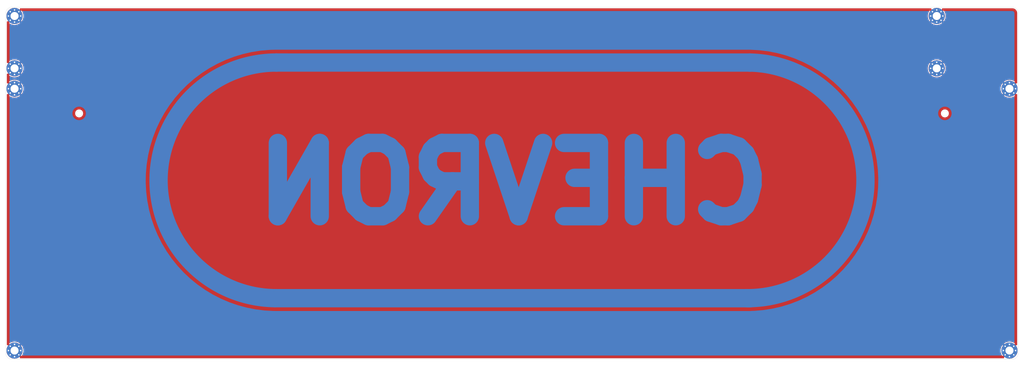
<source format=kicad_pcb>
(kicad_pcb (version 20171130) (host pcbnew "(5.1.4)-1")

  (general
    (thickness 1.6)
    (drawings 18)
    (tracks 0)
    (zones 0)
    (modules 8)
    (nets 2)
  )

  (page A3)
  (layers
    (0 F.Cu signal)
    (31 B.Cu signal)
    (32 B.Adhes user)
    (33 F.Adhes user)
    (34 B.Paste user)
    (35 F.Paste user)
    (36 B.SilkS user)
    (37 F.SilkS user)
    (38 B.Mask user)
    (39 F.Mask user)
    (40 Dwgs.User user)
    (41 Cmts.User user)
    (42 Eco1.User user)
    (43 Eco2.User user)
    (44 Edge.Cuts user)
    (45 Margin user)
    (46 B.CrtYd user)
    (47 F.CrtYd user)
    (48 B.Fab user hide)
    (49 F.Fab user hide)
  )

  (setup
    (last_trace_width 0.25)
    (user_trace_width 0.375)
    (user_trace_width 0.5)
    (trace_clearance 0.2)
    (zone_clearance 1)
    (zone_45_only no)
    (trace_min 0)
    (via_size 0.8)
    (via_drill 0.4)
    (via_min_size 0.4)
    (via_min_drill 0.3)
    (uvia_size 0.3)
    (uvia_drill 0.1)
    (uvias_allowed no)
    (uvia_min_size 0.2)
    (uvia_min_drill 0.1)
    (edge_width 0.05)
    (segment_width 0.2)
    (pcb_text_width 0.3)
    (pcb_text_size 1.5 1.5)
    (mod_edge_width 0.12)
    (mod_text_size 1 1)
    (mod_text_width 0.15)
    (pad_size 4.4 4.4)
    (pad_drill 2.2)
    (pad_to_mask_clearance 0.051)
    (solder_mask_min_width 0.25)
    (aux_axis_origin 0 0)
    (visible_elements 7FFFFF7F)
    (pcbplotparams
      (layerselection 0x012fc_ffffffff)
      (usegerberextensions true)
      (usegerberattributes false)
      (usegerberadvancedattributes false)
      (creategerberjobfile false)
      (excludeedgelayer true)
      (linewidth 1.000000)
      (plotframeref false)
      (viasonmask false)
      (mode 1)
      (useauxorigin false)
      (hpglpennumber 1)
      (hpglpenspeed 20)
      (hpglpendiameter 15.000000)
      (psnegative false)
      (psa4output false)
      (plotreference true)
      (plotvalue true)
      (plotinvisibletext false)
      (padsonsilk false)
      (subtractmaskfromsilk true)
      (outputformat 1)
      (mirror false)
      (drillshape 0)
      (scaleselection 1)
      (outputdirectory "../gerbers"))
  )

  (net 0 "")
  (net 1 GND)

  (net_class Default "This is the default net class."
    (clearance 0.2)
    (trace_width 0.25)
    (via_dia 0.8)
    (via_drill 0.4)
    (uvia_dia 0.3)
    (uvia_drill 0.1)
    (add_net GND)
  )

  (module MountingHole:MountingHole_2.2mm_M2_Pad_Via (layer F.Cu) (tedit 56DDB9C7) (tstamp 60708B7D)
    (at 244.475618 -7.143768)
    (descr "Mounting Hole 2.2mm, M2")
    (tags "mounting hole 2.2mm m2")
    (path /60DDC01E)
    (attr virtual)
    (fp_text reference H3 (at 0 -3.2) (layer F.SilkS) hide
      (effects (font (size 1 1) (thickness 0.15)))
    )
    (fp_text value M2 (at 0 3.2) (layer F.Fab)
      (effects (font (size 1 1) (thickness 0.15)))
    )
    (fp_circle (center 0 0) (end 2.45 0) (layer F.CrtYd) (width 0.05))
    (fp_circle (center 0 0) (end 2.2 0) (layer Cmts.User) (width 0.15))
    (fp_text user %R (at 0.3 0) (layer F.Fab)
      (effects (font (size 1 1) (thickness 0.15)))
    )
    (pad 1 thru_hole circle (at 1.166726 -1.166726) (size 0.7 0.7) (drill 0.4) (layers *.Cu *.Mask)
      (net 1 GND))
    (pad 1 thru_hole circle (at 0 -1.65) (size 0.7 0.7) (drill 0.4) (layers *.Cu *.Mask)
      (net 1 GND))
    (pad 1 thru_hole circle (at -1.166726 -1.166726) (size 0.7 0.7) (drill 0.4) (layers *.Cu *.Mask)
      (net 1 GND))
    (pad 1 thru_hole circle (at -1.65 0) (size 0.7 0.7) (drill 0.4) (layers *.Cu *.Mask)
      (net 1 GND))
    (pad 1 thru_hole circle (at -1.166726 1.166726) (size 0.7 0.7) (drill 0.4) (layers *.Cu *.Mask)
      (net 1 GND))
    (pad 1 thru_hole circle (at 0 1.65) (size 0.7 0.7) (drill 0.4) (layers *.Cu *.Mask)
      (net 1 GND))
    (pad 1 thru_hole circle (at 1.166726 1.166726) (size 0.7 0.7) (drill 0.4) (layers *.Cu *.Mask)
      (net 1 GND))
    (pad 1 thru_hole circle (at 1.65 0) (size 0.7 0.7) (drill 0.4) (layers *.Cu *.Mask)
      (net 1 GND))
    (pad 1 thru_hole circle (at 0 0) (size 4.4 4.4) (drill 2.2) (layers *.Cu *.Mask)
      (net 1 GND))
  )

  (module MountingHole:MountingHole_2.2mm_M2_Pad_Via (layer F.Cu) (tedit 56DDB9C7) (tstamp 60708B8D)
    (at 244.475618 7.14377)
    (descr "Mounting Hole 2.2mm, M2")
    (tags "mounting hole 2.2mm m2")
    (path /60DDC1E2)
    (attr virtual)
    (fp_text reference H4 (at 0 -3.2) (layer F.SilkS) hide
      (effects (font (size 1 1) (thickness 0.15)))
    )
    (fp_text value M2 (at 0 3.2) (layer F.Fab)
      (effects (font (size 1 1) (thickness 0.15)))
    )
    (fp_circle (center 0 0) (end 2.45 0) (layer F.CrtYd) (width 0.05))
    (fp_circle (center 0 0) (end 2.2 0) (layer Cmts.User) (width 0.15))
    (fp_text user %R (at 0.3 0) (layer F.Fab)
      (effects (font (size 1 1) (thickness 0.15)))
    )
    (pad 1 thru_hole circle (at 1.166726 -1.166726) (size 0.7 0.7) (drill 0.4) (layers *.Cu *.Mask)
      (net 1 GND))
    (pad 1 thru_hole circle (at 0 -1.65) (size 0.7 0.7) (drill 0.4) (layers *.Cu *.Mask)
      (net 1 GND))
    (pad 1 thru_hole circle (at -1.166726 -1.166726) (size 0.7 0.7) (drill 0.4) (layers *.Cu *.Mask)
      (net 1 GND))
    (pad 1 thru_hole circle (at -1.65 0) (size 0.7 0.7) (drill 0.4) (layers *.Cu *.Mask)
      (net 1 GND))
    (pad 1 thru_hole circle (at -1.166726 1.166726) (size 0.7 0.7) (drill 0.4) (layers *.Cu *.Mask)
      (net 1 GND))
    (pad 1 thru_hole circle (at 0 1.65) (size 0.7 0.7) (drill 0.4) (layers *.Cu *.Mask)
      (net 1 GND))
    (pad 1 thru_hole circle (at 1.166726 1.166726) (size 0.7 0.7) (drill 0.4) (layers *.Cu *.Mask)
      (net 1 GND))
    (pad 1 thru_hole circle (at 1.65 0) (size 0.7 0.7) (drill 0.4) (layers *.Cu *.Mask)
      (net 1 GND))
    (pad 1 thru_hole circle (at 0 0) (size 4.4 4.4) (drill 2.2) (layers *.Cu *.Mask)
      (net 1 GND))
  )

  (module MountingHole:MountingHole_2.2mm_M2_Pad_Via (layer F.Cu) (tedit 56DDB9C7) (tstamp 60708BCD)
    (at 264.319416 84.137712)
    (descr "Mounting Hole 2.2mm, M2")
    (tags "mounting hole 2.2mm m2")
    (path /60DDCFC1)
    (attr virtual)
    (fp_text reference H8 (at 0 -3.2) (layer F.SilkS) hide
      (effects (font (size 1 1) (thickness 0.15)))
    )
    (fp_text value M2 (at 0 3.2) (layer F.Fab)
      (effects (font (size 1 1) (thickness 0.15)))
    )
    (fp_circle (center 0 0) (end 2.45 0) (layer F.CrtYd) (width 0.05))
    (fp_circle (center 0 0) (end 2.2 0) (layer Cmts.User) (width 0.15))
    (fp_text user %R (at 0.3 0) (layer F.Fab)
      (effects (font (size 1 1) (thickness 0.15)))
    )
    (pad 1 thru_hole circle (at 1.166726 -1.166726) (size 0.7 0.7) (drill 0.4) (layers *.Cu *.Mask)
      (net 1 GND))
    (pad 1 thru_hole circle (at 0 -1.65) (size 0.7 0.7) (drill 0.4) (layers *.Cu *.Mask)
      (net 1 GND))
    (pad 1 thru_hole circle (at -1.166726 -1.166726) (size 0.7 0.7) (drill 0.4) (layers *.Cu *.Mask)
      (net 1 GND))
    (pad 1 thru_hole circle (at -1.65 0) (size 0.7 0.7) (drill 0.4) (layers *.Cu *.Mask)
      (net 1 GND))
    (pad 1 thru_hole circle (at -1.166726 1.166726) (size 0.7 0.7) (drill 0.4) (layers *.Cu *.Mask)
      (net 1 GND))
    (pad 1 thru_hole circle (at 0 1.65) (size 0.7 0.7) (drill 0.4) (layers *.Cu *.Mask)
      (net 1 GND))
    (pad 1 thru_hole circle (at 1.166726 1.166726) (size 0.7 0.7) (drill 0.4) (layers *.Cu *.Mask)
      (net 1 GND))
    (pad 1 thru_hole circle (at 1.65 0) (size 0.7 0.7) (drill 0.4) (layers *.Cu *.Mask)
      (net 1 GND))
    (pad 1 thru_hole circle (at 0 0) (size 4.4 4.4) (drill 2.2) (layers *.Cu *.Mask)
      (net 1 GND))
  )

  (module MountingHole:MountingHole_2.2mm_M2_Pad_Via (layer F.Cu) (tedit 56DDB9C7) (tstamp 60708BBD)
    (at 264.319416 12.700032)
    (descr "Mounting Hole 2.2mm, M2")
    (tags "mounting hole 2.2mm m2")
    (path /60DDCFBB)
    (attr virtual)
    (fp_text reference H7 (at 0 -3.2) (layer F.SilkS) hide
      (effects (font (size 1 1) (thickness 0.15)))
    )
    (fp_text value M2 (at 0 3.2) (layer F.Fab)
      (effects (font (size 1 1) (thickness 0.15)))
    )
    (fp_circle (center 0 0) (end 2.45 0) (layer F.CrtYd) (width 0.05))
    (fp_circle (center 0 0) (end 2.2 0) (layer Cmts.User) (width 0.15))
    (fp_text user %R (at 0.3 0) (layer F.Fab)
      (effects (font (size 1 1) (thickness 0.15)))
    )
    (pad 1 thru_hole circle (at 1.166726 -1.166726) (size 0.7 0.7) (drill 0.4) (layers *.Cu *.Mask)
      (net 1 GND))
    (pad 1 thru_hole circle (at 0 -1.65) (size 0.7 0.7) (drill 0.4) (layers *.Cu *.Mask)
      (net 1 GND))
    (pad 1 thru_hole circle (at -1.166726 -1.166726) (size 0.7 0.7) (drill 0.4) (layers *.Cu *.Mask)
      (net 1 GND))
    (pad 1 thru_hole circle (at -1.65 0) (size 0.7 0.7) (drill 0.4) (layers *.Cu *.Mask)
      (net 1 GND))
    (pad 1 thru_hole circle (at -1.166726 1.166726) (size 0.7 0.7) (drill 0.4) (layers *.Cu *.Mask)
      (net 1 GND))
    (pad 1 thru_hole circle (at 0 1.65) (size 0.7 0.7) (drill 0.4) (layers *.Cu *.Mask)
      (net 1 GND))
    (pad 1 thru_hole circle (at 1.166726 1.166726) (size 0.7 0.7) (drill 0.4) (layers *.Cu *.Mask)
      (net 1 GND))
    (pad 1 thru_hole circle (at 1.65 0) (size 0.7 0.7) (drill 0.4) (layers *.Cu *.Mask)
      (net 1 GND))
    (pad 1 thru_hole circle (at 0 0) (size 4.4 4.4) (drill 2.2) (layers *.Cu *.Mask)
      (net 1 GND))
  )

  (module MountingHole:MountingHole_2.2mm_M2_Pad_Via (layer F.Cu) (tedit 56DDB9C7) (tstamp 60708BAD)
    (at -7.143768 84.137712)
    (descr "Mounting Hole 2.2mm, M2")
    (tags "mounting hole 2.2mm m2")
    (path /60DDCFB5)
    (attr virtual)
    (fp_text reference H6 (at 0 -3.2) (layer F.SilkS) hide
      (effects (font (size 1 1) (thickness 0.15)))
    )
    (fp_text value M2 (at 0 3.2) (layer F.Fab)
      (effects (font (size 1 1) (thickness 0.15)))
    )
    (fp_circle (center 0 0) (end 2.45 0) (layer F.CrtYd) (width 0.05))
    (fp_circle (center 0 0) (end 2.2 0) (layer Cmts.User) (width 0.15))
    (fp_text user %R (at 0.3 0) (layer F.Fab)
      (effects (font (size 1 1) (thickness 0.15)))
    )
    (pad 1 thru_hole circle (at 1.166726 -1.166726) (size 0.7 0.7) (drill 0.4) (layers *.Cu *.Mask)
      (net 1 GND))
    (pad 1 thru_hole circle (at 0 -1.65) (size 0.7 0.7) (drill 0.4) (layers *.Cu *.Mask)
      (net 1 GND))
    (pad 1 thru_hole circle (at -1.166726 -1.166726) (size 0.7 0.7) (drill 0.4) (layers *.Cu *.Mask)
      (net 1 GND))
    (pad 1 thru_hole circle (at -1.65 0) (size 0.7 0.7) (drill 0.4) (layers *.Cu *.Mask)
      (net 1 GND))
    (pad 1 thru_hole circle (at -1.166726 1.166726) (size 0.7 0.7) (drill 0.4) (layers *.Cu *.Mask)
      (net 1 GND))
    (pad 1 thru_hole circle (at 0 1.65) (size 0.7 0.7) (drill 0.4) (layers *.Cu *.Mask)
      (net 1 GND))
    (pad 1 thru_hole circle (at 1.166726 1.166726) (size 0.7 0.7) (drill 0.4) (layers *.Cu *.Mask)
      (net 1 GND))
    (pad 1 thru_hole circle (at 1.65 0) (size 0.7 0.7) (drill 0.4) (layers *.Cu *.Mask)
      (net 1 GND))
    (pad 1 thru_hole circle (at 0 0) (size 4.4 4.4) (drill 2.2) (layers *.Cu *.Mask)
      (net 1 GND))
  )

  (module MountingHole:MountingHole_2.2mm_M2_Pad_Via (layer F.Cu) (tedit 56DDB9C7) (tstamp 60708B9D)
    (at -7.143768 12.700032)
    (descr "Mounting Hole 2.2mm, M2")
    (tags "mounting hole 2.2mm m2")
    (path /60DDCFAF)
    (attr virtual)
    (fp_text reference H5 (at 0 -3.2) (layer F.SilkS) hide
      (effects (font (size 1 1) (thickness 0.15)))
    )
    (fp_text value M2 (at 0 3.2) (layer F.Fab)
      (effects (font (size 1 1) (thickness 0.15)))
    )
    (fp_circle (center 0 0) (end 2.45 0) (layer F.CrtYd) (width 0.05))
    (fp_circle (center 0 0) (end 2.2 0) (layer Cmts.User) (width 0.15))
    (fp_text user %R (at 0.3 0) (layer F.Fab)
      (effects (font (size 1 1) (thickness 0.15)))
    )
    (pad 1 thru_hole circle (at 1.166726 -1.166726) (size 0.7 0.7) (drill 0.4) (layers *.Cu *.Mask)
      (net 1 GND))
    (pad 1 thru_hole circle (at 0 -1.65) (size 0.7 0.7) (drill 0.4) (layers *.Cu *.Mask)
      (net 1 GND))
    (pad 1 thru_hole circle (at -1.166726 -1.166726) (size 0.7 0.7) (drill 0.4) (layers *.Cu *.Mask)
      (net 1 GND))
    (pad 1 thru_hole circle (at -1.65 0) (size 0.7 0.7) (drill 0.4) (layers *.Cu *.Mask)
      (net 1 GND))
    (pad 1 thru_hole circle (at -1.166726 1.166726) (size 0.7 0.7) (drill 0.4) (layers *.Cu *.Mask)
      (net 1 GND))
    (pad 1 thru_hole circle (at 0 1.65) (size 0.7 0.7) (drill 0.4) (layers *.Cu *.Mask)
      (net 1 GND))
    (pad 1 thru_hole circle (at 1.166726 1.166726) (size 0.7 0.7) (drill 0.4) (layers *.Cu *.Mask)
      (net 1 GND))
    (pad 1 thru_hole circle (at 1.65 0) (size 0.7 0.7) (drill 0.4) (layers *.Cu *.Mask)
      (net 1 GND))
    (pad 1 thru_hole circle (at 0 0) (size 4.4 4.4) (drill 2.2) (layers *.Cu *.Mask)
      (net 1 GND))
  )

  (module MountingHole:MountingHole_2.2mm_M2_Pad_Via (layer F.Cu) (tedit 56DDB9C7) (tstamp 60708B6D)
    (at -7.143768 7.14377)
    (descr "Mounting Hole 2.2mm, M2")
    (tags "mounting hole 2.2mm m2")
    (path /60DDBE1E)
    (attr virtual)
    (fp_text reference H2 (at 0 -3.2) (layer F.SilkS) hide
      (effects (font (size 1 1) (thickness 0.15)))
    )
    (fp_text value M2 (at 0 3.2) (layer F.Fab)
      (effects (font (size 1 1) (thickness 0.15)))
    )
    (fp_circle (center 0 0) (end 2.45 0) (layer F.CrtYd) (width 0.05))
    (fp_circle (center 0 0) (end 2.2 0) (layer Cmts.User) (width 0.15))
    (fp_text user %R (at 0.3 0) (layer F.Fab)
      (effects (font (size 1 1) (thickness 0.15)))
    )
    (pad 1 thru_hole circle (at 1.166726 -1.166726) (size 0.7 0.7) (drill 0.4) (layers *.Cu *.Mask)
      (net 1 GND))
    (pad 1 thru_hole circle (at 0 -1.65) (size 0.7 0.7) (drill 0.4) (layers *.Cu *.Mask)
      (net 1 GND))
    (pad 1 thru_hole circle (at -1.166726 -1.166726) (size 0.7 0.7) (drill 0.4) (layers *.Cu *.Mask)
      (net 1 GND))
    (pad 1 thru_hole circle (at -1.65 0) (size 0.7 0.7) (drill 0.4) (layers *.Cu *.Mask)
      (net 1 GND))
    (pad 1 thru_hole circle (at -1.166726 1.166726) (size 0.7 0.7) (drill 0.4) (layers *.Cu *.Mask)
      (net 1 GND))
    (pad 1 thru_hole circle (at 0 1.65) (size 0.7 0.7) (drill 0.4) (layers *.Cu *.Mask)
      (net 1 GND))
    (pad 1 thru_hole circle (at 1.166726 1.166726) (size 0.7 0.7) (drill 0.4) (layers *.Cu *.Mask)
      (net 1 GND))
    (pad 1 thru_hole circle (at 1.65 0) (size 0.7 0.7) (drill 0.4) (layers *.Cu *.Mask)
      (net 1 GND))
    (pad 1 thru_hole circle (at 0 0) (size 4.4 4.4) (drill 2.2) (layers *.Cu *.Mask)
      (net 1 GND))
  )

  (module MountingHole:MountingHole_2.2mm_M2_Pad_Via (layer F.Cu) (tedit 56DDB9C7) (tstamp 60708B5D)
    (at -7.143768 -7.143768)
    (descr "Mounting Hole 2.2mm, M2")
    (tags "mounting hole 2.2mm m2")
    (path /60DDB435)
    (attr virtual)
    (fp_text reference H1 (at 0 -3.2) (layer F.SilkS) hide
      (effects (font (size 1 1) (thickness 0.15)))
    )
    (fp_text value M2 (at 0 3.2) (layer F.Fab)
      (effects (font (size 1 1) (thickness 0.15)))
    )
    (fp_circle (center 0 0) (end 2.45 0) (layer F.CrtYd) (width 0.05))
    (fp_circle (center 0 0) (end 2.2 0) (layer Cmts.User) (width 0.15))
    (fp_text user %R (at 0.3 0) (layer F.Fab)
      (effects (font (size 1 1) (thickness 0.15)))
    )
    (pad 1 thru_hole circle (at 1.166726 -1.166726) (size 0.7 0.7) (drill 0.4) (layers *.Cu *.Mask)
      (net 1 GND))
    (pad 1 thru_hole circle (at 0 -1.65) (size 0.7 0.7) (drill 0.4) (layers *.Cu *.Mask)
      (net 1 GND))
    (pad 1 thru_hole circle (at -1.166726 -1.166726) (size 0.7 0.7) (drill 0.4) (layers *.Cu *.Mask)
      (net 1 GND))
    (pad 1 thru_hole circle (at -1.65 0) (size 0.7 0.7) (drill 0.4) (layers *.Cu *.Mask)
      (net 1 GND))
    (pad 1 thru_hole circle (at -1.166726 1.166726) (size 0.7 0.7) (drill 0.4) (layers *.Cu *.Mask)
      (net 1 GND))
    (pad 1 thru_hole circle (at 0 1.65) (size 0.7 0.7) (drill 0.4) (layers *.Cu *.Mask)
      (net 1 GND))
    (pad 1 thru_hole circle (at 1.166726 1.166726) (size 0.7 0.7) (drill 0.4) (layers *.Cu *.Mask)
      (net 1 GND))
    (pad 1 thru_hole circle (at 1.65 0) (size 0.7 0.7) (drill 0.4) (layers *.Cu *.Mask)
      (net 1 GND))
    (pad 1 thru_hole circle (at 0 0) (size 4.4 4.4) (drill 2.2) (layers *.Cu *.Mask)
      (net 1 GND))
  )

  (gr_circle (center 246.7 19.433) (end 247.493752 19.433) (layer Edge.Cuts) (width 0.05) (tstamp 60634988))
  (gr_circle (center 10.475 19.433) (end 11.268752 19.433) (layer Edge.Cuts) (width 0.05))
  (gr_line (start 193.498875 69.8561) (end 64.293912 69.850176) (layer B.Cu) (width 5) (tstamp 6062FC78))
  (gr_line (start 193.498875 5.562188) (end 64.293912 5.556264) (layer B.Cu) (width 5) (tstamp 6062FC74))
  (gr_line (start 266.700672 38.100096) (end 227.409948 38.100096) (layer Dwgs.User) (width 0.15) (tstamp 6062FC64))
  (gr_line (start -9.525024 38.100096) (end 29.7657 38.100096) (layer Dwgs.User) (width 0.15) (tstamp 6062FC5F))
  (gr_arc (start 192.881736 37.70322) (end 192.881736 69.850176) (angle -178.9) (layer B.Cu) (width 5) (tstamp 6062FC5A))
  (gr_arc (start 64.293912 37.70322) (end 64.293912 5.556264) (angle -178.9) (layer B.Cu) (width 5))
  (gr_text CHEVRON (at 128.9847 38.496972) (layer B.Cu)
    (effects (font (size 20 20) (thickness 5)) (justify mirror))
  )
  (gr_line (start 266.954648 9.525002) (end -9.271 9.525) (layer Dwgs.User) (width 0.1))
  (gr_line (start 265.113168 -9.525024) (end -7.93752 -9.525024) (layer Edge.Cuts) (width 0.05) (tstamp 60705458))
  (gr_line (start 266.700672 -7.93752) (end 266.700672 84.931464) (layer Edge.Cuts) (width 0.05) (tstamp 607053DA))
  (gr_line (start -9.525024 84.931464) (end -9.525024 -7.93752) (layer Edge.Cuts) (width 0.05) (tstamp 607053D8))
  (gr_line (start 265.113168 86.518968) (end -7.93752 86.518968) (layer Edge.Cuts) (width 0.05) (tstamp 607053D7))
  (gr_arc (start 265.113168 84.931464) (end 265.113168 86.518968) (angle -90) (layer Edge.Cuts) (width 0.05) (tstamp 607053D4))
  (gr_arc (start -7.93752 84.931464) (end -9.525024 84.931464) (angle -90) (layer Edge.Cuts) (width 0.05) (tstamp 607053D1))
  (gr_arc (start 265.113168 -7.93752) (end 266.700672 -7.93752) (angle -90) (layer Edge.Cuts) (width 0.05) (tstamp 60701C4F))
  (gr_arc (start -7.93752 -7.93752) (end -7.93752 -9.525024) (angle -90) (layer Edge.Cuts) (width 0.05))

  (zone (net 1) (net_name GND) (layer F.Cu) (tstamp 645FB530) (hatch edge 0.508)
    (connect_pads (clearance 0.254))
    (min_thickness 0.254)
    (fill yes (arc_segments 32) (thermal_gap 0.254) (thermal_bridge_width 0.508))
    (polygon
      (pts
        (xy 267.49375 87.3125) (xy -10.31875 87.3125) (xy -10.31875 -10.31875) (xy 267.49375 -10.31875)
      )
    )
    (filled_polygon
      (pts
        (xy 242.801183 -8.997808) (xy 244.475618 -7.323373) (xy 246.150053 -8.997808) (xy 246.052474 -9.119024) (xy 265.093314 -9.119024)
        (xy 265.342278 -9.094613) (xy 265.562665 -9.028075) (xy 265.765924 -8.919999) (xy 265.944322 -8.774501) (xy 266.091064 -8.597121)
        (xy 266.200558 -8.394617) (xy 266.268633 -8.174702) (xy 266.294672 -7.926954) (xy 266.294672 11.123176) (xy 266.173456 11.025597)
        (xy 264.499021 12.700032) (xy 266.173456 14.374467) (xy 266.294672 14.276888) (xy 266.294673 82.560856) (xy 266.173456 82.463277)
        (xy 264.499021 84.137712) (xy 264.513164 84.151855) (xy 264.333559 84.33146) (xy 264.319416 84.317317) (xy 262.644981 85.991752)
        (xy 262.74256 86.112968) (xy -5.566912 86.112968) (xy -5.469333 85.991752) (xy -7.143768 84.317317) (xy -7.157911 84.33146)
        (xy -7.337516 84.151855) (xy -7.323373 84.137712) (xy -6.964163 84.137712) (xy -5.289728 85.812147) (xy -4.97346 85.557552)
        (xy -4.738165 85.106864) (xy -4.595316 84.618932) (xy -4.554873 84.162917) (xy 261.72605 84.162917) (xy 261.780798 84.668373)
        (xy 261.933104 85.153436) (xy 262.149108 85.557552) (xy 262.465376 85.812147) (xy 264.139811 84.137712) (xy 262.465376 82.463277)
        (xy 262.149108 82.717872) (xy 261.913813 83.16856) (xy 261.770964 83.656492) (xy 261.72605 84.162917) (xy -4.554873 84.162917)
        (xy -4.550402 84.112507) (xy -4.60515 83.607051) (xy -4.757456 83.121988) (xy -4.97346 82.717872) (xy -5.289728 82.463277)
        (xy -6.964163 84.137712) (xy -7.323373 84.137712) (xy -8.997808 82.463277) (xy -9.119024 82.560856) (xy -9.119024 82.283672)
        (xy -8.818203 82.283672) (xy -7.143768 83.958107) (xy -5.469333 82.283672) (xy 262.644981 82.283672) (xy 264.319416 83.958107)
        (xy 265.993851 82.283672) (xy 265.739256 81.967404) (xy 265.288568 81.732109) (xy 264.800636 81.58926) (xy 264.294211 81.544346)
        (xy 263.788755 81.599094) (xy 263.303692 81.7514) (xy 262.899576 81.967404) (xy 262.644981 82.283672) (xy -5.469333 82.283672)
        (xy -5.723928 81.967404) (xy -6.174616 81.732109) (xy -6.662548 81.58926) (xy -7.168973 81.544346) (xy -7.674429 81.599094)
        (xy -8.159492 81.7514) (xy -8.563608 81.967404) (xy -8.818203 82.283672) (xy -9.119024 82.283672) (xy -9.119024 19.313443)
        (xy 9.261121 19.313443) (xy 9.261121 19.552557) (xy 9.30777 19.787075) (xy 9.399275 20.007987) (xy 9.532119 20.206802)
        (xy 9.701198 20.375881) (xy 9.900013 20.508725) (xy 10.120925 20.60023) (xy 10.355443 20.646879) (xy 10.594557 20.646879)
        (xy 10.829075 20.60023) (xy 11.049987 20.508725) (xy 11.248802 20.375881) (xy 11.417881 20.206802) (xy 11.550725 20.007987)
        (xy 11.64223 19.787075) (xy 11.688879 19.552557) (xy 11.688879 19.313443) (xy 245.486121 19.313443) (xy 245.486121 19.552557)
        (xy 245.53277 19.787075) (xy 245.624275 20.007987) (xy 245.757119 20.206802) (xy 245.926198 20.375881) (xy 246.125013 20.508725)
        (xy 246.345925 20.60023) (xy 246.580443 20.646879) (xy 246.819557 20.646879) (xy 247.054075 20.60023) (xy 247.274987 20.508725)
        (xy 247.473802 20.375881) (xy 247.642881 20.206802) (xy 247.775725 20.007987) (xy 247.86723 19.787075) (xy 247.913879 19.552557)
        (xy 247.913879 19.313443) (xy 247.86723 19.078925) (xy 247.775725 18.858013) (xy 247.642881 18.659198) (xy 247.473802 18.490119)
        (xy 247.274987 18.357275) (xy 247.054075 18.26577) (xy 246.819557 18.219121) (xy 246.580443 18.219121) (xy 246.345925 18.26577)
        (xy 246.125013 18.357275) (xy 245.926198 18.490119) (xy 245.757119 18.659198) (xy 245.624275 18.858013) (xy 245.53277 19.078925)
        (xy 245.486121 19.313443) (xy 11.688879 19.313443) (xy 11.64223 19.078925) (xy 11.550725 18.858013) (xy 11.417881 18.659198)
        (xy 11.248802 18.490119) (xy 11.049987 18.357275) (xy 10.829075 18.26577) (xy 10.594557 18.219121) (xy 10.355443 18.219121)
        (xy 10.120925 18.26577) (xy 9.900013 18.357275) (xy 9.701198 18.490119) (xy 9.532119 18.659198) (xy 9.399275 18.858013)
        (xy 9.30777 19.078925) (xy 9.261121 19.313443) (xy -9.119024 19.313443) (xy -9.119024 14.554072) (xy -8.818203 14.554072)
        (xy -8.563608 14.87034) (xy -8.11292 15.105635) (xy -7.624988 15.248484) (xy -7.118563 15.293398) (xy -6.613107 15.23865)
        (xy -6.128044 15.086344) (xy -5.723928 14.87034) (xy -5.469333 14.554072) (xy 262.644981 14.554072) (xy 262.899576 14.87034)
        (xy 263.350264 15.105635) (xy 263.838196 15.248484) (xy 264.344621 15.293398) (xy 264.850077 15.23865) (xy 265.33514 15.086344)
        (xy 265.739256 14.87034) (xy 265.993851 14.554072) (xy 264.319416 12.879637) (xy 262.644981 14.554072) (xy -5.469333 14.554072)
        (xy -7.143768 12.879637) (xy -8.818203 14.554072) (xy -9.119024 14.554072) (xy -9.119024 14.276888) (xy -8.997808 14.374467)
        (xy -7.323373 12.700032) (xy -6.964163 12.700032) (xy -5.289728 14.374467) (xy -4.97346 14.119872) (xy -4.738165 13.669184)
        (xy -4.595316 13.181252) (xy -4.554873 12.725237) (xy 261.72605 12.725237) (xy 261.780798 13.230693) (xy 261.933104 13.715756)
        (xy 262.149108 14.119872) (xy 262.465376 14.374467) (xy 264.139811 12.700032) (xy 262.465376 11.025597) (xy 262.149108 11.280192)
        (xy 261.913813 11.73088) (xy 261.770964 12.218812) (xy 261.72605 12.725237) (xy -4.554873 12.725237) (xy -4.550402 12.674827)
        (xy -4.60515 12.169371) (xy -4.757456 11.684308) (xy -4.97346 11.280192) (xy -5.289728 11.025597) (xy -6.964163 12.700032)
        (xy -7.323373 12.700032) (xy -8.997808 11.025597) (xy -9.119024 11.123176) (xy -9.119024 10.845992) (xy -8.818203 10.845992)
        (xy -7.143768 12.520427) (xy -5.469333 10.845992) (xy 262.644981 10.845992) (xy 264.319416 12.520427) (xy 265.993851 10.845992)
        (xy 265.739256 10.529724) (xy 265.288568 10.294429) (xy 264.800636 10.15158) (xy 264.294211 10.106666) (xy 263.788755 10.161414)
        (xy 263.303692 10.31372) (xy 262.899576 10.529724) (xy 262.644981 10.845992) (xy -5.469333 10.845992) (xy -5.723928 10.529724)
        (xy -6.174616 10.294429) (xy -6.662548 10.15158) (xy -7.168973 10.106666) (xy -7.674429 10.161414) (xy -8.159492 10.31372)
        (xy -8.563608 10.529724) (xy -8.818203 10.845992) (xy -9.119024 10.845992) (xy -9.119024 8.99781) (xy -8.818203 8.99781)
        (xy -8.563608 9.314078) (xy -8.11292 9.549373) (xy -7.624988 9.692222) (xy -7.118563 9.737136) (xy -6.613107 9.682388)
        (xy -6.128044 9.530082) (xy -5.723928 9.314078) (xy -5.469333 8.99781) (xy 242.801183 8.99781) (xy 243.055778 9.314078)
        (xy 243.506466 9.549373) (xy 243.994398 9.692222) (xy 244.500823 9.737136) (xy 245.006279 9.682388) (xy 245.491342 9.530082)
        (xy 245.895458 9.314078) (xy 246.150053 8.99781) (xy 244.475618 7.323375) (xy 242.801183 8.99781) (xy -5.469333 8.99781)
        (xy -7.143768 7.323375) (xy -8.818203 8.99781) (xy -9.119024 8.99781) (xy -9.119024 8.720626) (xy -8.997808 8.818205)
        (xy -7.323373 7.14377) (xy -6.964163 7.14377) (xy -5.289728 8.818205) (xy -4.97346 8.56361) (xy -4.738165 8.112922)
        (xy -4.595316 7.62499) (xy -4.554873 7.168975) (xy 241.882252 7.168975) (xy 241.937 7.674431) (xy 242.089306 8.159494)
        (xy 242.30531 8.56361) (xy 242.621578 8.818205) (xy 244.296013 7.14377) (xy 244.655223 7.14377) (xy 246.329658 8.818205)
        (xy 246.645926 8.56361) (xy 246.881221 8.112922) (xy 247.02407 7.62499) (xy 247.068984 7.118565) (xy 247.014236 6.613109)
        (xy 246.86193 6.128046) (xy 246.645926 5.72393) (xy 246.329658 5.469335) (xy 244.655223 7.14377) (xy 244.296013 7.14377)
        (xy 242.621578 5.469335) (xy 242.30531 5.72393) (xy 242.070015 6.174618) (xy 241.927166 6.66255) (xy 241.882252 7.168975)
        (xy -4.554873 7.168975) (xy -4.550402 7.118565) (xy -4.60515 6.613109) (xy -4.757456 6.128046) (xy -4.97346 5.72393)
        (xy -5.289728 5.469335) (xy -6.964163 7.14377) (xy -7.323373 7.14377) (xy -8.997808 5.469335) (xy -9.119024 5.566914)
        (xy -9.119024 5.28973) (xy -8.818203 5.28973) (xy -7.143768 6.964165) (xy -5.469333 5.28973) (xy 242.801183 5.28973)
        (xy 244.475618 6.964165) (xy 246.150053 5.28973) (xy 245.895458 4.973462) (xy 245.44477 4.738167) (xy 244.956838 4.595318)
        (xy 244.450413 4.550404) (xy 243.944957 4.605152) (xy 243.459894 4.757458) (xy 243.055778 4.973462) (xy 242.801183 5.28973)
        (xy -5.469333 5.28973) (xy -5.723928 4.973462) (xy -6.174616 4.738167) (xy -6.662548 4.595318) (xy -7.168973 4.550404)
        (xy -7.674429 4.605152) (xy -8.159492 4.757458) (xy -8.563608 4.973462) (xy -8.818203 5.28973) (xy -9.119024 5.28973)
        (xy -9.119024 -5.289728) (xy -8.818203 -5.289728) (xy -8.563608 -4.97346) (xy -8.11292 -4.738165) (xy -7.624988 -4.595316)
        (xy -7.118563 -4.550402) (xy -6.613107 -4.60515) (xy -6.128044 -4.757456) (xy -5.723928 -4.97346) (xy -5.469333 -5.289728)
        (xy 242.801183 -5.289728) (xy 243.055778 -4.97346) (xy 243.506466 -4.738165) (xy 243.994398 -4.595316) (xy 244.500823 -4.550402)
        (xy 245.006279 -4.60515) (xy 245.491342 -4.757456) (xy 245.895458 -4.97346) (xy 246.150053 -5.289728) (xy 244.475618 -6.964163)
        (xy 242.801183 -5.289728) (xy -5.469333 -5.289728) (xy -7.143768 -6.964163) (xy -8.818203 -5.289728) (xy -9.119024 -5.289728)
        (xy -9.119024 -5.566912) (xy -8.997808 -5.469333) (xy -7.323373 -7.143768) (xy -6.964163 -7.143768) (xy -5.289728 -5.469333)
        (xy -4.97346 -5.723928) (xy -4.738165 -6.174616) (xy -4.595316 -6.662548) (xy -4.554873 -7.118563) (xy 241.882252 -7.118563)
        (xy 241.937 -6.613107) (xy 242.089306 -6.128044) (xy 242.30531 -5.723928) (xy 242.621578 -5.469333) (xy 244.296013 -7.143768)
        (xy 244.655223 -7.143768) (xy 246.329658 -5.469333) (xy 246.645926 -5.723928) (xy 246.881221 -6.174616) (xy 247.02407 -6.662548)
        (xy 247.068984 -7.168973) (xy 247.014236 -7.674429) (xy 246.86193 -8.159492) (xy 246.645926 -8.563608) (xy 246.329658 -8.818203)
        (xy 244.655223 -7.143768) (xy 244.296013 -7.143768) (xy 242.621578 -8.818203) (xy 242.30531 -8.563608) (xy 242.070015 -8.11292)
        (xy 241.927166 -7.624988) (xy 241.882252 -7.118563) (xy -4.554873 -7.118563) (xy -4.550402 -7.168973) (xy -4.60515 -7.674429)
        (xy -4.757456 -8.159492) (xy -4.97346 -8.563608) (xy -5.289728 -8.818203) (xy -6.964163 -7.143768) (xy -7.323373 -7.143768)
        (xy -7.337516 -7.157911) (xy -7.157911 -7.337516) (xy -7.143768 -7.323373) (xy -5.469333 -8.997808) (xy -5.566912 -9.119024)
        (xy 242.898762 -9.119024)
      )
    )
  )
  (zone (net 1) (net_name GND) (layer B.Cu) (tstamp 645FB52D) (hatch edge 0.508)
    (connect_pads (clearance 1))
    (min_thickness 0.254)
    (fill yes (arc_segments 32) (thermal_gap 0.254) (thermal_bridge_width 0.508))
    (polygon
      (pts
        (xy 268.2875 87.907813) (xy -11.1125 88.304688) (xy -11.1125 -11.1125) (xy 268.2875 -11.509375)
      )
    )
    (filled_polygon
      (pts
        (xy 242.070015 -8.11292) (xy 241.927166 -7.624988) (xy 241.882252 -7.118563) (xy 241.937 -6.613107) (xy 242.089306 -6.128044)
        (xy 242.30531 -5.723928) (xy 242.621578 -5.469333) (xy 244.296013 -7.143768) (xy 244.281871 -7.157911) (xy 244.461476 -7.337516)
        (xy 244.475618 -7.323373) (xy 244.489761 -7.337516) (xy 244.669366 -7.157911) (xy 244.655223 -7.143768) (xy 246.329658 -5.469333)
        (xy 246.645926 -5.723928) (xy 246.881221 -6.174616) (xy 247.02407 -6.662548) (xy 247.068984 -7.168973) (xy 247.014236 -7.674429)
        (xy 246.86193 -8.159492) (xy 246.747795 -8.373024) (xy 265.056825 -8.373024) (xy 265.196686 -8.35931) (xy 265.27702 -8.335056)
        (xy 265.351115 -8.295659) (xy 265.416147 -8.24262) (xy 265.469636 -8.177963) (xy 265.509551 -8.104142) (xy 265.534366 -8.023977)
        (xy 265.548672 -7.887864) (xy 265.548672 10.430224) (xy 265.288568 10.294429) (xy 264.800636 10.15158) (xy 264.294211 10.106666)
        (xy 263.788755 10.161414) (xy 263.303692 10.31372) (xy 262.899576 10.529724) (xy 262.644981 10.845992) (xy 264.319416 12.520427)
        (xy 264.333559 12.506285) (xy 264.513164 12.68589) (xy 264.499021 12.700032) (xy 264.513164 12.714175) (xy 264.333559 12.89378)
        (xy 264.319416 12.879637) (xy 262.644981 14.554072) (xy 262.899576 14.87034) (xy 263.350264 15.105635) (xy 263.838196 15.248484)
        (xy 264.344621 15.293398) (xy 264.850077 15.23865) (xy 265.33514 15.086344) (xy 265.548672 14.972209) (xy 265.548673 81.867904)
        (xy 265.288568 81.732109) (xy 264.800636 81.58926) (xy 264.294211 81.544346) (xy 263.788755 81.599094) (xy 263.303692 81.7514)
        (xy 262.899576 81.967404) (xy 262.644981 82.283672) (xy 264.319416 83.958107) (xy 264.333559 83.943965) (xy 264.513164 84.12357)
        (xy 264.499021 84.137712) (xy 264.513164 84.151855) (xy 264.333559 84.33146) (xy 264.319416 84.317317) (xy 264.305274 84.33146)
        (xy 264.125669 84.151855) (xy 264.139811 84.137712) (xy 262.465376 82.463277) (xy 262.149108 82.717872) (xy 261.913813 83.16856)
        (xy 261.770964 83.656492) (xy 261.72605 84.162917) (xy 261.780798 84.668373) (xy 261.933104 85.153436) (xy 262.047239 85.366968)
        (xy -4.87396 85.366968) (xy -4.738165 85.106864) (xy -4.595316 84.618932) (xy -4.550402 84.112507) (xy -4.60515 83.607051)
        (xy -4.757456 83.121988) (xy -4.97346 82.717872) (xy -5.289728 82.463277) (xy -6.964163 84.137712) (xy -6.950021 84.151855)
        (xy -7.129626 84.33146) (xy -7.143768 84.317317) (xy -7.157911 84.33146) (xy -7.337516 84.151855) (xy -7.323373 84.137712)
        (xy -7.337516 84.12357) (xy -7.157911 83.943965) (xy -7.143768 83.958107) (xy -5.469333 82.283672) (xy -5.723928 81.967404)
        (xy -6.174616 81.732109) (xy -6.662548 81.58926) (xy -7.168973 81.544346) (xy -7.674429 81.599094) (xy -8.159492 81.7514)
        (xy -8.373024 81.865535) (xy -8.373024 38.138535) (xy 28.52459 38.138535) (xy 28.527898 38.349052) (xy 28.528567 38.391662)
        (xy 28.642088 40.632614) (xy 28.663712 40.88485) (xy 28.933278 43.112422) (xy 28.933278 43.112425) (xy 28.972445 43.362538)
        (xy 29.396739 45.565864) (xy 29.396742 45.565881) (xy 29.417417 45.656153) (xy 29.453261 45.812655) (xy 29.453265 45.812669)
        (xy 30.030222 47.981031) (xy 30.087599 48.169881) (xy 30.103816 48.223259) (xy 30.83063 50.346109) (xy 30.889357 50.499899)
        (xy 30.920942 50.582613) (xy 31.794068 52.649592) (xy 31.900658 52.879221) (xy 31.900664 52.879232) (xy 32.915837 54.880247)
        (xy 32.915842 54.880259) (xy 32.916902 54.882179) (xy 33.03819 55.101892) (xy 33.038203 55.101913) (xy 34.190475 57.027218)
        (xy 34.190487 57.02724) (xy 34.252382 57.122915) (xy 34.327998 57.2398) (xy 34.328008 57.239813) (xy 35.611793 59.080076)
        (xy 35.763796 59.282526) (xy 35.763808 59.28254) (xy 37.172822 61.028749) (xy 37.172835 61.028767) (xy 37.219994 61.083208)
        (xy 37.338591 61.22012) (xy 37.338605 61.220134) (xy 38.865996 62.863803) (xy 38.866009 62.863818) (xy 39.044708 63.043142)
        (xy 40.683066 64.576289) (xy 40.86996 64.739327) (xy 40.873838 64.74271) (xy 42.615133 66.157822) (xy 42.61515 66.157837)
        (xy 42.817067 66.310545) (xy 44.652838 67.600746) (xy 44.652851 67.600756) (xy 44.864929 67.739008) (xy 46.786243 68.898019)
        (xy 47.007449 69.02114) (xy 49.004919 70.043297) (xy 49.00493 70.043303) (xy 49.234185 70.150694) (xy 51.298105 71.03103)
        (xy 51.534292 71.122167) (xy 51.534301 71.12217) (xy 53.654574 71.856379) (xy 53.654591 71.856386) (xy 53.780008 71.894969)
        (xy 53.896563 71.930826) (xy 53.896575 71.930829) (xy 56.062912 72.515352) (xy 56.309485 72.572732) (xy 56.309513 72.572736)
        (xy 58.511313 73.004713) (xy 58.511335 73.004718) (xy 58.717938 73.03781) (xy 58.761309 73.044757) (xy 58.761313 73.044757)
        (xy 60.987929 73.322097) (xy 61.240088 73.344602) (xy 63.480629 73.465945) (xy 63.733744 73.470805) (xy 63.943276 73.46019)
        (xy 64.115568 73.477167) (xy 193.676886 73.483108) (xy 194.017315 73.449594) (xy 194.599923 73.434847) (xy 194.708921 73.428276)
        (xy 194.817953 73.422752) (xy 197.053551 73.231093) (xy 197.053577 73.231092) (xy 197.274491 73.204358) (xy 197.304906 73.200677)
        (xy 197.30491 73.200676) (xy 199.521686 72.853538) (xy 199.521714 72.853535) (xy 199.770308 72.805663) (xy 201.957503 72.304728)
        (xy 202.202152 72.239632) (xy 202.202176 72.239624) (xy 204.349064 71.58735) (xy 204.349072 71.587348) (xy 204.588584 71.505345)
        (xy 206.684751 70.704896) (xy 206.684776 70.704887) (xy 206.801617 70.655531) (xy 206.917985 70.606376) (xy 206.918019 70.606359)
        (xy 208.953208 69.661655) (xy 208.953232 69.661645) (xy 209.103013 69.585657) (xy 209.179001 69.547106) (xy 209.179013 69.547099)
        (xy 211.143389 68.462705) (xy 211.360618 68.332696) (xy 213.244579 67.113907) (xy 213.334277 67.051333) (xy 213.45221 66.969062)
        (xy 215.246562 65.621824) (xy 215.443583 65.462848) (xy 215.443597 65.462835) (xy 217.139585 63.993725) (xy 217.325036 63.821393)
        (xy 218.914427 62.237541) (xy 218.9185 62.233189) (xy 219.087406 62.052692) (xy 220.562441 60.361827) (xy 220.722103 60.165362)
        (xy 222.075588 58.375734) (xy 222.075595 58.375725) (xy 222.221164 58.168601) (xy 223.446522 56.288907) (xy 223.450586 56.282171)
        (xy 223.577289 56.072132) (xy 224.66854 54.11154) (xy 224.783867 53.886172) (xy 224.783868 53.88617) (xy 225.735695 51.854237)
        (xy 225.735697 51.854234) (xy 225.822977 51.649609) (xy 225.83502 51.621374) (xy 225.835021 51.62137) (xy 226.64279 49.527986)
        (xy 226.682317 49.41384) (xy 226.725628 49.288765) (xy 227.385404 47.144133) (xy 227.392445 47.11804) (xy 227.400857 47.086862)
        (xy 227.451354 46.899713) (xy 227.451358 46.899694) (xy 227.959919 44.714278) (xy 227.969333 44.666296) (xy 228.008658 44.465854)
        (xy 228.363537 42.25027) (xy 228.365846 42.231734) (xy 228.394828 41.999052) (xy 228.594292 39.76411) (xy 228.607983 39.511319)
        (xy 228.607983 39.511317) (xy 228.651058 37.267905) (xy 228.647081 37.014775) (xy 228.647081 37.014771) (xy 228.53356 34.773827)
        (xy 228.511936 34.52159) (xy 228.24237 32.294016) (xy 228.24237 32.294015) (xy 228.203203 32.043902) (xy 227.778905 29.840558)
        (xy 227.722387 29.593786) (xy 227.722385 29.593779) (xy 227.145426 27.425408) (xy 227.071832 27.18318) (xy 227.071829 27.183171)
        (xy 226.345018 25.060331) (xy 226.254706 24.823826) (xy 226.254695 24.823802) (xy 225.38158 22.756848) (xy 225.27499 22.527219)
        (xy 225.274984 22.527208) (xy 224.259806 20.526182) (xy 224.137458 20.304548) (xy 223.500532 19.240323) (xy 244.743714 19.240323)
        (xy 244.743714 19.625677) (xy 244.818893 20.003628) (xy 244.966362 20.359649) (xy 245.180453 20.68006) (xy 245.45294 20.952547)
        (xy 245.773351 21.166638) (xy 246.129372 21.314107) (xy 246.507323 21.389286) (xy 246.892677 21.389286) (xy 247.270628 21.314107)
        (xy 247.626649 21.166638) (xy 247.94706 20.952547) (xy 248.219547 20.68006) (xy 248.433638 20.359649) (xy 248.581107 20.003628)
        (xy 248.656286 19.625677) (xy 248.656286 19.240323) (xy 248.581107 18.862372) (xy 248.433638 18.506351) (xy 248.219547 18.18594)
        (xy 247.94706 17.913453) (xy 247.626649 17.699362) (xy 247.270628 17.551893) (xy 246.892677 17.476714) (xy 246.507323 17.476714)
        (xy 246.129372 17.551893) (xy 245.773351 17.699362) (xy 245.45294 17.913453) (xy 245.180453 18.18594) (xy 244.966362 18.506351)
        (xy 244.818893 18.862372) (xy 244.743714 19.240323) (xy 223.500532 19.240323) (xy 222.985173 18.379222) (xy 222.985161 18.3792)
        (xy 222.84765 18.166641) (xy 221.563855 16.326364) (xy 221.411852 16.123915) (xy 220.002812 14.377673) (xy 219.958654 14.326695)
        (xy 219.837058 14.186321) (xy 218.479335 12.725237) (xy 261.72605 12.725237) (xy 261.780798 13.230693) (xy 261.933104 13.715756)
        (xy 262.149108 14.119872) (xy 262.465376 14.374467) (xy 264.139811 12.700032) (xy 262.465376 11.025597) (xy 262.149108 11.280192)
        (xy 261.913813 11.73088) (xy 261.770964 12.218812) (xy 261.72605 12.725237) (xy 218.479335 12.725237) (xy 218.309652 12.542637)
        (xy 218.309639 12.542622) (xy 218.13094 12.363298) (xy 216.492583 10.830151) (xy 216.30181 10.663729) (xy 216.301807 10.663726)
        (xy 214.560515 9.248618) (xy 214.560498 9.248603) (xy 214.358581 9.095895) (xy 214.219021 8.99781) (xy 242.801183 8.99781)
        (xy 243.055778 9.314078) (xy 243.506466 9.549373) (xy 243.994398 9.692222) (xy 244.500823 9.737136) (xy 245.006279 9.682388)
        (xy 245.491342 9.530082) (xy 245.895458 9.314078) (xy 246.150053 8.99781) (xy 244.475618 7.323375) (xy 242.801183 8.99781)
        (xy 214.219021 8.99781) (xy 212.52281 7.805694) (xy 212.522797 7.805684) (xy 212.324792 7.676607) (xy 212.310718 7.667432)
        (xy 212.310709 7.667427) (xy 211.484417 7.168975) (xy 241.882252 7.168975) (xy 241.937 7.674431) (xy 242.089306 8.159494)
        (xy 242.30531 8.56361) (xy 242.621578 8.818205) (xy 244.296013 7.14377) (xy 244.655223 7.14377) (xy 246.329658 8.818205)
        (xy 246.645926 8.56361) (xy 246.881221 8.112922) (xy 247.02407 7.62499) (xy 247.068984 7.118565) (xy 247.014236 6.613109)
        (xy 246.86193 6.128046) (xy 246.645926 5.72393) (xy 246.329658 5.469335) (xy 244.655223 7.14377) (xy 244.296013 7.14377)
        (xy 242.621578 5.469335) (xy 242.30531 5.72393) (xy 242.070015 6.174618) (xy 241.927166 6.66255) (xy 241.882252 7.168975)
        (xy 211.484417 7.168975) (xy 210.389405 6.508421) (xy 210.1682 6.3853) (xy 210.168188 6.385294) (xy 208.170729 5.363143)
        (xy 208.170718 5.363137) (xy 208.01401 5.28973) (xy 242.801183 5.28973) (xy 244.475618 6.964165) (xy 246.150053 5.28973)
        (xy 245.895458 4.973462) (xy 245.44477 4.738167) (xy 244.956838 4.595318) (xy 244.450413 4.550404) (xy 243.944957 4.605152)
        (xy 243.459894 4.757458) (xy 243.055778 4.973462) (xy 242.801183 5.28973) (xy 208.01401 5.28973) (xy 207.99824 5.282343)
        (xy 207.941462 5.255746) (xy 207.941448 5.255741) (xy 205.877544 4.37541) (xy 205.641356 4.284273) (xy 203.521074 3.550061)
        (xy 203.521057 3.550054) (xy 203.381175 3.507021) (xy 203.279086 3.475614) (xy 203.279066 3.475609) (xy 201.112743 2.89109)
        (xy 201.112736 2.891088) (xy 201.060241 2.878872) (xy 200.866163 2.833708) (xy 200.866135 2.833704) (xy 198.664341 2.401728)
        (xy 198.664314 2.401722) (xy 198.414339 2.361683) (xy 196.187719 2.084343) (xy 195.935561 2.061838) (xy 195.935559 2.061838)
        (xy 193.774878 1.94482) (xy 193.677219 1.935197) (xy 64.115901 1.929256) (xy 64.070071 1.933768) (xy 62.575725 1.971593)
        (xy 62.466721 1.978165) (xy 62.357696 1.983688) (xy 60.122097 2.175347) (xy 60.122071 2.175348) (xy 60.011614 2.188715)
        (xy 59.870743 2.205762) (xy 59.870711 2.205768) (xy 57.653962 2.552902) (xy 57.653934 2.552905) (xy 57.40534 2.600777)
        (xy 55.218158 3.101709) (xy 55.218149 3.101711) (xy 55.213275 3.103008) (xy 54.973497 3.166808) (xy 54.973473 3.166816)
        (xy 52.826584 3.81909) (xy 52.826576 3.819092) (xy 52.587064 3.901095) (xy 50.490872 4.701553) (xy 50.257664 4.800064)
        (xy 50.257641 4.800076) (xy 48.22244 5.744785) (xy 48.222416 5.744795) (xy 48.089377 5.81229) (xy 47.996647 5.859334)
        (xy 47.996635 5.859341) (xy 46.032259 6.943735) (xy 45.81503 7.073744) (xy 43.931069 8.292533) (xy 43.723439 8.437378)
        (xy 41.929086 9.784616) (xy 41.732065 9.943592) (xy 41.732051 9.943605) (xy 40.036066 11.412713) (xy 40.036064 11.412715)
        (xy 39.850612 11.585047) (xy 38.261221 13.168899) (xy 38.088243 13.353747) (xy 38.088233 13.353759) (xy 36.613207 15.044613)
        (xy 36.453544 15.241078) (xy 36.453531 15.241097) (xy 35.100052 17.030717) (xy 35.060658 17.086769) (xy 34.954484 17.237839)
        (xy 33.72913 19.117527) (xy 33.729125 19.117534) (xy 33.69426 19.17533) (xy 33.598359 19.334307) (xy 33.598353 19.334319)
        (xy 32.507115 21.294887) (xy 32.507108 21.294899) (xy 32.477131 21.35348) (xy 32.391781 21.520267) (xy 32.391776 21.52028)
        (xy 31.439952 23.552204) (xy 31.439951 23.552206) (xy 31.340627 23.785069) (xy 30.532861 25.878447) (xy 30.532859 25.878451)
        (xy 30.45002 26.117675) (xy 29.790244 28.262307) (xy 29.724294 28.506727) (xy 29.72429 28.506746) (xy 29.215731 30.692155)
        (xy 29.215729 30.692161) (xy 29.16699 30.940586) (xy 28.812113 33.156159) (xy 28.812111 33.156168) (xy 28.78082 33.407388)
        (xy 28.581356 35.64233) (xy 28.571303 35.827944) (xy 28.567665 35.895124) (xy 28.52459 38.138535) (xy -8.373024 38.138535)
        (xy -8.373024 19.240323) (xy 8.518714 19.240323) (xy 8.518714 19.625677) (xy 8.593893 20.003628) (xy 8.741362 20.359649)
        (xy 8.955453 20.68006) (xy 9.22794 20.952547) (xy 9.548351 21.166638) (xy 9.904372 21.314107) (xy 10.282323 21.389286)
        (xy 10.667677 21.389286) (xy 11.045628 21.314107) (xy 11.401649 21.166638) (xy 11.72206 20.952547) (xy 11.994547 20.68006)
        (xy 12.208638 20.359649) (xy 12.356107 20.003628) (xy 12.431286 19.625677) (xy 12.431286 19.240323) (xy 12.356107 18.862372)
        (xy 12.208638 18.506351) (xy 11.994547 18.18594) (xy 11.72206 17.913453) (xy 11.401649 17.699362) (xy 11.045628 17.551893)
        (xy 10.667677 17.476714) (xy 10.282323 17.476714) (xy 9.904372 17.551893) (xy 9.548351 17.699362) (xy 9.22794 17.913453)
        (xy 8.955453 18.18594) (xy 8.741362 18.506351) (xy 8.593893 18.862372) (xy 8.518714 19.240323) (xy -8.373024 19.240323)
        (xy -8.373024 14.96984) (xy -8.11292 15.105635) (xy -7.624988 15.248484) (xy -7.118563 15.293398) (xy -6.613107 15.23865)
        (xy -6.128044 15.086344) (xy -5.723928 14.87034) (xy -5.469333 14.554072) (xy -7.143768 12.879637) (xy -7.157911 12.89378)
        (xy -7.337516 12.714175) (xy -7.323373 12.700032) (xy -6.964163 12.700032) (xy -5.289728 14.374467) (xy -4.97346 14.119872)
        (xy -4.738165 13.669184) (xy -4.595316 13.181252) (xy -4.550402 12.674827) (xy -4.60515 12.169371) (xy -4.757456 11.684308)
        (xy -4.97346 11.280192) (xy -5.289728 11.025597) (xy -6.964163 12.700032) (xy -7.323373 12.700032) (xy -7.337516 12.68589)
        (xy -7.157911 12.506285) (xy -7.143768 12.520427) (xy -5.469333 10.845992) (xy -5.723928 10.529724) (xy -6.174616 10.294429)
        (xy -6.662548 10.15158) (xy -7.168973 10.106666) (xy -7.674429 10.161414) (xy -8.159492 10.31372) (xy -8.373024 10.427855)
        (xy -8.373024 9.413578) (xy -8.11292 9.549373) (xy -7.624988 9.692222) (xy -7.118563 9.737136) (xy -6.613107 9.682388)
        (xy -6.128044 9.530082) (xy -5.723928 9.314078) (xy -5.469333 8.99781) (xy -7.143768 7.323375) (xy -7.157911 7.337518)
        (xy -7.337516 7.157913) (xy -7.323373 7.14377) (xy -6.964163 7.14377) (xy -5.289728 8.818205) (xy -4.97346 8.56361)
        (xy -4.738165 8.112922) (xy -4.595316 7.62499) (xy -4.550402 7.118565) (xy -4.60515 6.613109) (xy -4.757456 6.128046)
        (xy -4.97346 5.72393) (xy -5.289728 5.469335) (xy -6.964163 7.14377) (xy -7.323373 7.14377) (xy -7.337516 7.129628)
        (xy -7.157911 6.950023) (xy -7.143768 6.964165) (xy -5.469333 5.28973) (xy -5.723928 4.973462) (xy -6.174616 4.738167)
        (xy -6.662548 4.595318) (xy -7.168973 4.550404) (xy -7.674429 4.605152) (xy -8.159492 4.757458) (xy -8.373024 4.871593)
        (xy -8.373024 -4.87396) (xy -8.11292 -4.738165) (xy -7.624988 -4.595316) (xy -7.118563 -4.550402) (xy -6.613107 -4.60515)
        (xy -6.128044 -4.757456) (xy -5.723928 -4.97346) (xy -5.469333 -5.289728) (xy 242.801183 -5.289728) (xy 243.055778 -4.97346)
        (xy 243.506466 -4.738165) (xy 243.994398 -4.595316) (xy 244.500823 -4.550402) (xy 245.006279 -4.60515) (xy 245.491342 -4.757456)
        (xy 245.895458 -4.97346) (xy 246.150053 -5.289728) (xy 244.475618 -6.964163) (xy 242.801183 -5.289728) (xy -5.469333 -5.289728)
        (xy -7.143768 -6.964163) (xy -7.157911 -6.950021) (xy -7.337516 -7.129626) (xy -7.323373 -7.143768) (xy -7.337516 -7.157911)
        (xy -7.157911 -7.337516) (xy -7.143768 -7.323373) (xy -7.129626 -7.337516) (xy -6.950021 -7.157911) (xy -6.964163 -7.143768)
        (xy -5.289728 -5.469333) (xy -4.97346 -5.723928) (xy -4.738165 -6.174616) (xy -4.595316 -6.662548) (xy -4.550402 -7.168973)
        (xy -4.60515 -7.674429) (xy -4.757456 -8.159492) (xy -4.871591 -8.373024) (xy 242.20581 -8.373024)
      )
    )
  )
)

</source>
